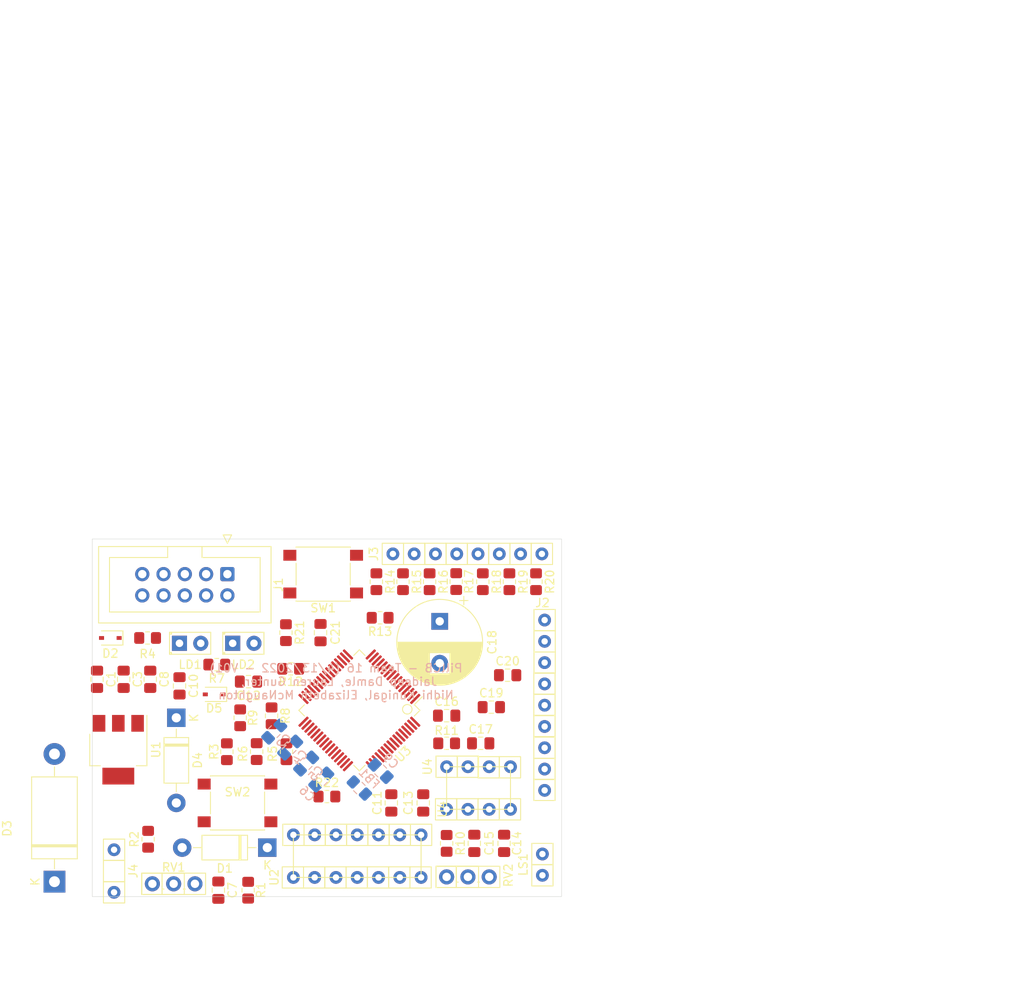
<source format=kicad_pcb>
(kicad_pcb (version 20211014) (generator pcbnew)
  (title_block (title "PillCB - Team 16") (date "2020-06-22") (rev "v01") (comment 4 "Jaideep Damle, Lauren Gunter, Nidhi Kunigal, Elizabeth McNaughton"))
  (layers (0 "F.Cu" signal) (1 "In1.Cu" signal "Ground.Cu") (2 "In2.Cu" signal "Power.Cu") (31 "B.Cu" signal) (34 "B.Paste" user) (35 "F.Paste" user) (36 "B.SilkS" user "B.Silkscreen") (37 "F.SilkS" user "F.Silkscreen") (38 "B.Mask" user) (39 "F.Mask" user) (44 "Edge.Cuts" user))
  (net 0 "")
  (net 1 "Net-(R10-Pad1)")
  (net 2 "GND")
  (net 3 "Net-(RV2-Pad2)")
  (net 4 "Net-(C18-Pad1)")
  (net 5 "+5V")
  (net 6 "Net-(C16-Pad1)")
  (net 7 "Net-(C15-Pad2)")
  (net 8 "Net-(R8-Pad2)")
  (net 9 "Net-(C7-Pad1)")
  (net 10 "Net-(R5-Pad2)")
  (net 11 "+3V0")
  (net 12 "PB8")
  (net 13 "PB11")
  (net 14 "PB14")
  (net 15 "PB5")
  (net 16 "PB3")
  (net 17 "/ignore")
  (net 18 "/AC_SIGNAL")
  (net 19 "/PC0")
  (net 20 "/PC1")
  (net 21 "/PC7")
  (net 22 "/PC2")
  (net 23 "/PC3")
  (net 24 "/PC4")
  (net 25 "/PC5")
  (net 26 "/PC6")
  (net 27 "/NRST")
  (net 28 "/BOOT0")
  (net 29 "Net-(C17-Pad1)")
  (net 30 "Net-(C15-Pad1)")
  (net 31 "/PB2")
  (net 32 "Net-(LD2-Pad2)")
  (net 33 "Net-(LD1-Pad2)")
  (net 34 "Net-(R2-Pad1)")
  (net 35 "Net-(R1-Pad1)")
  (net 36 "Net-(C13-Pad2)")
  (net 37 "Net-(C10-Pad1)")
  (net 38 "/PC13")
  (net 39 "/PC14")
  (net 40 "/PC15")
  (net 41 "/PF0")
  (net 42 "/PF1")
  (net 43 "/3VA")
  (net 44 "/PA0")
  (net 45 "/PA1")
  (net 46 "/PA2")
  (net 47 "/PA3")
  (net 48 "/PA4")
  (net 49 "/PA5")
  (net 50 "/PA6")
  (net 51 "/PA7")
  (net 52 "/PB0")
  (net 53 "/PB1")
  (net 54 "/PB10")
  (net 55 "/PB12")
  (net 56 "/PB13")
  (net 57 "/PB15")
  (net 58 "/PC8")
  (net 59 "/PC9")
  (net 60 "/PA8")
  (net 61 "/PA9")
  (net 62 "/PA10")
  (net 63 "/PA11")
  (net 64 "/PA12")
  (net 65 "/PA13")
  (net 66 "/PA14")
  (net 67 "/PA15")
  (net 68 "/PC10")
  (net 69 "/PC11")
  (net 70 "/PC12")
  (net 71 "/PD2")
  (net 72 "/PB4")
  (net 73 "/PB6")
  (net 74 "/PB7")
  (net 75 "/PB9")
  (net 76 "Net-(D3-Pad2)")
  (net 77 "/U5V")
  (net 79 "/V3.3_IN")
  (net 80 "Net-(J3-Pad1)")
  (net 81 "Net-(J3-Pad2)")
  (net 82 "Net-(J3-Pad3)")
  (net 83 "Net-(J3-Pad4)")
  (net 84 "Net-(J3-Pad5)")
  (net 85 "Net-(J3-Pad6)")
  (net 86 "Net-(J3-Pad7)")
  (net 87 "Net-(J3-Pad8)")
  (net 88 "Net-(LS1-Pad1)")
  (net 89 "Net-(R22-Pad2)")
  (footprint "local_models:J2" (layer "F.Cu") (at 135.14562 101.01676)
    (fp_text reference "J3" (at -11.176 0 90 unlocked) (layer "F.SilkS"))
    (fp_text value "Conn_01x08_Female")
    (pad "1" thru_hole circle (at -8.89 0) (size 1.524 1.524) (drill 0.762) (layers *.Cu *.Mask) (net 80 "Net-(J3-Pad1)"))
    (pad "2" thru_hole circle (at -6.35 0) (size 1.524 1.524) (drill 0.762) (layers *.Cu *.Mask) (net 81 "Net-(J3-Pad2)"))
    (pad "3" thru_hole circle (at -3.81 0) (size 1.524 1.524) (drill 0.762) (layers *.Cu *.Mask) (net 82 "Net-(J3-Pad3)"))
    (pad "4" thru_hole circle (at -1.27 0) (size 1.524 1.524) (drill 0.762) (layers *.Cu *.Mask) (net 83 "Net-(J3-Pad4)"))
    (pad "5" thru_hole circle (at 1.27 0) (size 1.524 1.524) (drill 0.762) (layers *.Cu *.Mask) (net 84 "Net-(J3-Pad5)"))
    (pad "6" thru_hole circle (at 3.81 0) (size 1.524 1.524) (drill 0.762) (layers *.Cu *.Mask) (net 85 "Net-(J3-Pad6)"))
    (pad "7" thru_hole circle (at 6.35 0) (size 1.524 1.524) (drill 0.762) (layers *.Cu *.Mask) (net 86 "Net-(J3-Pad7)"))
    (pad "8" thru_hole circle (at 8.89 0) (size 1.524 1.524) (drill 0.762) (layers *.Cu *.Mask) (net 87 "Net-(J3-Pad8)"))
  )
  (footprint "Capacitor_SMD:C_0805_2012Metric_Pad1.18x1.45mm_HandSolder" (layer "F.Cu") (at 139.95012 115.49476)
    (fp_text reference "C20" (at 0 -1.68) (layer "F.SilkS"))
    (fp_text value "10uF")
    (pad "1" smd roundrect (at -1.0375 0) (size 1.175 1.45) (layers "F.Cu" "F.Paste" "F.Mask") (roundrect_rratio 0.212766) (net 11 "+3V0"))
    (pad "2" smd roundrect (at 1.0375 0) (size 1.175 1.45) (layers "F.Cu" "F.Paste" "F.Mask") (roundrect_rratio 0.212766) (net 2 "GND"))
  )
  (footprint "Capacitor_THT:CP_Radial_D10.0mm_P5.00mm" (layer "F.Cu") (at 131.84362 109.063083 -90)
    (fp_text reference "C18" (at 2.5 -6.25 -90) (layer "F.SilkS"))
    (fp_text value "220uF")
    (pad "1" thru_hole rect (at 0 0 270) (size 2 2) (drill 1) (layers *.Cu *.Mask) (net 4 "Net-(C18-Pad1)"))
    (pad "2" thru_hole circle (at 5 0 270) (size 2 2) (drill 1) (layers *.Cu *.Mask) (net 88 "Net-(LS1-Pad1)"))
  )
  (footprint "Resistor_SMD:R_0805_2012Metric_Pad1.20x1.40mm_HandSolder" (layer "F.Cu") (at 136.98712 104.33476 -90)
    (fp_text reference "R18" (at 0 -1.65 -90) (layer "F.SilkS"))
    (fp_text value "1K")
    (pad "1" smd roundrect (at -1 0 270) (size 1.2 1.4) (layers "F.Cu" "F.Paste" "F.Mask") (roundrect_rratio 0.208333) (net 22 "/PC2"))
    (pad "2" smd roundrect (at 1 0 270) (size 1.2 1.4) (layers "F.Cu" "F.Paste" "F.Mask") (roundrect_rratio 0.208333) (net 85 "Net-(J3-Pad6)"))
  )
  (footprint "Diode_THT:D_DO-201_P15.24mm_Horizontal" (layer "F.Cu") (at 85.86962 140.13276 90)
    (fp_text reference "D3" (at 6.35 -5.6515 90) (layer "F.SilkS"))
    (fp_text value "1N522B")
    (fp_text user "K" (at 0 -2.3 90) (layer "F.SilkS"))
    (pad "1" thru_hole rect (at 0 0 90) (size 2.6 2.6) (drill 1.3) (layers *.Cu *.Mask) (net 11 "+3V0"))
    (pad "2" thru_hole oval (at 15.24 0 90) (size 2.6 2.6) (drill 1.3) (layers *.Cu *.Mask) (net 76 "Net-(D3-Pad2)"))
  )
  (footprint "Capacitor_SMD:C_0805_2012Metric_Pad1.18x1.45mm_HandSolder" (layer "F.Cu") (at 135.97112 135.56076 90)
    (fp_text reference "C15" (at 0 1.778 90) (layer "F.SilkS"))
    (fp_text value "10uF")
    (pad "1" smd roundrect (at -1.0375 0 90) (size 1.175 1.45) (layers "F.Cu" "F.Paste" "F.Mask") (roundrect_rratio 0.212766) (net 30 "Net-(C15-Pad1)"))
    (pad "2" smd roundrect (at 1.0375 0 90) (size 1.175 1.45) (layers "F.Cu" "F.Paste" "F.Mask") (roundrect_rratio 0.212766) (net 7 "Net-(C15-Pad2)"))
  )
  (footprint "Diode_SMD:D_SOD-323" (layer "F.Cu") (at 104.91962 117.78076 180)
    (fp_text reference "D5" (at 0 -1.651) (layer "F.SilkS"))
    (fp_text value "BAT60JFILM")
    (pad "1" smd rect (at -1.05 0 180) (size 0.6 0.45) (layers "F.Cu" "F.Paste" "F.Mask") (net 11 "+3V0"))
    (pad "2" smd rect (at 1.05 0 180) (size 0.6 0.45) (layers "F.Cu" "F.Paste" "F.Mask") (net 37 "Net-(C10-Pad1)"))
  )
  (footprint "Capacitor_SMD:C_0805_2012Metric_Pad1.18x1.45mm_HandSolder" (layer "F.Cu") (at 132.66912 120.32076)
    (fp_text reference "C16" (at 0 -1.68) (layer "F.SilkS"))
    (fp_text value "10uF")
    (pad "1" smd roundrect (at -1.0375 0) (size 1.175 1.45) (layers "F.Cu" "F.Paste" "F.Mask") (roundrect_rratio 0.212766) (net 6 "Net-(C16-Pad1)"))
    (pad "2" smd roundrect (at 1.0375 0) (size 1.175 1.45) (layers "F.Cu" "F.Paste" "F.Mask") (roundrect_rratio 0.212766) (net 2 "GND"))
  )
  (footprint "local_models:potentiometer" (layer "F.Cu") (at 97.55362 140.38676 -90)
    (fp_text reference "RV1" (at -1.9685 -2.54 -180) (layer "F.SilkS"))
    (fp_text value "R_Potentiometer_10k")
    (pad "1" thru_hole circle (at 0 0 270) (size 1.8 1.8) (drill 1) (layers *.Cu *.Mask) (net 18 "/AC_SIGNAL"))
    (pad "2" thru_hole circle (at 0 -2.54 270) (size 1.8 1.8) (drill 1) (layers *.Cu *.Mask) (net 34 "Net-(R2-Pad1)"))
    (pad "3" thru_hole circle (at 0 -5.08 270) (size 1.8 1.8) (drill 1) (layers *.Cu *.Mask) (net 35 "Net-(R1-Pad1)"))
  )
  (footprint "local_models:J1" (layer "F.Cu") (at 92.98162 138.86276 90)
    (fp_text reference "J4" (at 0 2.286 90 unlocked) (layer "F.SilkS"))
    (fp_text value "Conn_01x02_Female")
    (pad "1" thru_hole circle (at -2.54 0 90) (size 1.524 1.524) (drill 0.762) (layers *.Cu *.Mask) (net 18 "/AC_SIGNAL"))
    (pad "2" thru_hole circle (at 2.54 0 90) (size 1.524 1.524) (drill 0.762) (layers *.Cu *.Mask) (net 2 "GND"))
  )
  (footprint "Capacitor_SMD:C_0805_2012Metric_Pad1.18x1.45mm_HandSolder" (layer "F.Cu") (at 109.02562 116.25676 180)
    (fp_text reference "C12" (at 0 -1.68) (layer "F.SilkS"))
    (fp_text value ".1uF")
    (pad "1" smd roundrect (at -1.0375 0 180) (size 1.175 1.45) (layers "F.Cu" "F.Paste" "F.Mask") (roundrect_rratio 0.212766) (net 31 "/PB2"))
    (pad "2" smd roundrect (at 1.0375 0 180) (size 1.175 1.45) (layers "F.Cu" "F.Paste" "F.Mask") (roundrect_rratio 0.212766) (net 2 "GND"))
  )
  (footprint "Capacitor_SMD:C_0805_2012Metric_Pad1.18x1.45mm_HandSolder" (layer "F.Cu") (at 90.94962 115.98126 -90)
    (fp_text reference "C1" (at 0 -1.68 90) (layer "F.SilkS"))
    (fp_text value "22uF")
    (pad "1" smd roundrect (at -1.0375 0 270) (size 1.175 1.45) (layers "F.Cu" "F.Paste" "F.Mask") (roundrect_rratio 0.212766) (net 5 "+5V"))
    (pad "2" smd roundrect (at 1.0375 0 270) (size 1.175 1.45) (layers "F.Cu" "F.Paste" "F.Mask") (roundrect_rratio 0.212766) (net 2 "GND"))
  )
  (footprint "Button_Switch_SMD:SW_SPST_PTS645" (layer "F.Cu") (at 117.93712 103.42976 180)
    (fp_text reference "SW1" (at 0 -4.05 180) (layer "F.SilkS"))
    (fp_text value "SW_Push")
    (pad "1" smd rect (at 3.98 -2.25 180) (size 1.55 1.3) (layers "F.Cu" "F.Paste" "F.Mask") (net 2 "GND"))
    (pad "1" smd rect (at -3.98 -2.25 180) (size 1.55 1.3) (layers "F.Cu" "F.Paste" "F.Mask") (net 2 "GND"))
    (pad "2" smd rect (at -3.98 2.25 180) (size 1.55 1.3) (layers "F.Cu" "F.Paste" "F.Mask") (net 27 "/NRST"))
    (pad "2" smd rect (at 3.98 2.25 180) (size 1.55 1.3) (layers "F.Cu" "F.Paste" "F.Mask") (net 27 "/NRST"))
  )
  (footprint "Resistor_SMD:R_0805_2012Metric_Pad1.20x1.40mm_HandSolder" (layer "F.Cu") (at 106.44362 124.62276 90)
    (fp_text reference "R3" (at 0 -1.524 90) (layer "F.SilkS"))
    (fp_text value "1M")
    (pad "1" smd roundrect (at -1 0 90) (size 1.2 1.4) (layers "F.Cu" "F.Paste" "F.Mask") (roundrect_rratio 0.208333) (net 9 "Net-(C7-Pad1)"))
    (pad "2" smd roundrect (at 1 0 90) (size 1.2 1.4) (layers "F.Cu" "F.Paste" "F.Mask") (roundrect_rratio 0.208333) (net 2 "GND"))
  )
  (footprint "Resistor_SMD:R_0805_2012Metric_Pad1.20x1.40mm_HandSolder" (layer "F.Cu") (at 96.98212 111.04976)
    (fp_text reference "R4" (at 0 1.905) (layer "F.SilkS"))
    (fp_text value "5.1k")
    (pad "1" smd roundrect (at -1 0) (size 1.2 1.4) (layers "F.Cu" "F.Paste" "F.Mask") (roundrect_rratio 0.208333) (net 5 "+5V"))
    (pad "2" smd roundrect (at 1 0) (size 1.2 1.4) (layers "F.Cu" "F.Paste" "F.Mask") (roundrect_rratio 0.208333) (net 33 "Net-(LD1-Pad2)"))
  )
  (footprint "Resistor_SMD:R_0805_2012Metric_Pad1.20x1.40mm_HandSolder" (layer "F.Cu") (at 111.77762 120.33676 -90)
    (fp_text reference "R8" (at 0 -1.65 90) (layer "F.SilkS"))
    (fp_text value "12k")
    (pad "1" smd roundrect (at -1 0 270) (size 1.2 1.4) (layers "F.Cu" "F.Paste" "F.Mask") (roundrect_rratio 0.208333) (net 10 "Net-(R5-Pad2)"))
    (pad "2" smd roundrect (at 1 0 270) (size 1.2 1.4) (layers "F.Cu" "F.Paste" "F.Mask") (roundrect_rratio 0.208333) (net 8 "Net-(R8-Pad2)"))
  )
  (footprint "local_models:LS1" (layer "F.Cu") (at 144.09912 138.10076 -90)
    (fp_text reference "LS1" (at 0 2.286 -270 unlocked) (layer "F.SilkS"))
    (fp_text value "Speaker")
    (pad "1" thru_hole circle (at -1.27 0 270) (size 1.524 1.524) (drill 0.762) (layers *.Cu *.Mask) (net 88 "Net-(LS1-Pad1)"))
    (pad "2" thru_hole circle (at 1.27 0 270) (size 1.524 1.524) (drill 0.762) (layers *.Cu *.Mask) (net 2 "GND"))
  )
  (footprint "Button_Switch_SMD:SW_SPST_PTS645" (layer "F.Cu") (at 107.71362 130.73476)
    (fp_text reference "SW2" (at 0 -1.3) (layer "F.SilkS"))
    (fp_text value "SW_Push")
    (pad "1" smd rect (at -3.98 -2.25) (size 1.55 1.3) (layers "F.Cu" "F.Paste" "F.Mask") (net 2 "GND"))
    (pad "1" smd rect (at 3.98 -2.25) (size 1.55 1.3) (layers "F.Cu" "F.Paste" "F.Mask") (net 2 "GND"))
    (pad "2" smd rect (at -3.98 2.25) (size 1.55 1.3) (layers "F.Cu" "F.Paste" "F.Mask") (net 89 "Net-(R22-Pad2)"))
    (pad "2" smd rect (at 3.98 2.25) (size 1.55 1.3) (layers "F.Cu" "F.Paste" "F.Mask") (net 89 "Net-(R22-Pad2)"))
  )
  (footprint "Resistor_SMD:R_0805_2012Metric_Pad1.20x1.40mm_HandSolder" (layer "F.Cu") (at 108.03112 120.57476 90)
    (fp_text reference "R9" (at 0 1.524 90) (layer "F.SilkS"))
    (fp_text value "2.2k")
    (pad "1" smd roundrect (at -1 0 90) (size 1.2 1.4) (layers "F.Cu" "F.Paste" "F.Mask") (roundrect_rratio 0.208333) (net 8 "Net-(R8-Pad2)"))
    (pad "2" smd roundrect (at 1 0 90) (size 1.2 1.4) (layers "F.Cu" "F.Paste" "F.Mask") (roundrect_rratio 0.208333) (net 31 "/PB2"))
  )
  (footprint "Resistor_SMD:R_0805_2012Metric_Pad1.20x1.40mm_HandSolder" (layer "F.Cu") (at 113.55562 124.62276 90)
    (fp_text reference "R5" (at -0.254 -1.65 90) (layer "F.SilkS"))
    (fp_text value "10k")
    (pad "1" smd roundrect (at -1 0 90) (size 1.2 1.4) (layers "F.Cu" "F.Paste" "F.Mask") (roundrect_rratio 0.208333) (net 11 "+3V0"))
    (pad "2" smd roundrect (at 1 0 90) (size 1.2 1.4) (layers "F.Cu" "F.Paste" "F.Mask") (roundrect_rratio 0.208333) (net 10 "Net-(R5-Pad2)"))
  )
  (footprint "Resistor_SMD:R_0805_2012Metric_Pad1.20x1.40mm_HandSolder" (layer "F.Cu") (at 132.66912 123.62276)
    (fp_text reference "R11" (at 0 -1.524) (layer "F.SilkS"))
    (fp_text value "10")
    (pad "1" smd roundrect (at -1 0) (size 1.2 1.4) (layers "F.Cu" "F.Paste" "F.Mask") (roundrect_rratio 0.208333) (net 4 "Net-(C18-Pad1)"))
    (pad "2" smd roundrect (at 1 0) (size 1.2 1.4) (layers "F.Cu" "F.Paste" "F.Mask") (roundrect_rratio 0.208333) (net 29 "Net-(C17-Pad1)"))
  )
  (footprint "local_models:U2" (layer "F.Cu") (at 122.00112 137.08476 90)
    (fp_text reference "U2" (at -2.54 -9.906 90 unlocked) (layer "F.SilkS"))
    (fp_text value "LM324")
    (pad "1" thru_hole circle (at -2.54 -7.62 90) (size 1.524 1.524) (drill 0.762) (layers *.Cu *.Mask) (net 8 "Net-(R8-Pad2)"))
    (pad "2" thru_hole circle (at -2.54 -5.08 90) (size 1.524 1.524) (drill 0.762) (layers *.Cu *.Mask) (net 9 "Net-(C7-Pad1)"))
    (pad "3" thru_hole circle (at -2.54 -2.54 90) (size 1.524 1.524) (drill 0.762) (layers *.Cu *.Mask) (net 10 "Net-(R5-Pad2)"))
    (pad "4" thru_hole circle (at -2.54 0 90) (size 1.524 1.524) (drill 0.762) (layers *.Cu *.Mask) (net 5 "+5V"))
    (pad "5" thru_hole circle (at -2.54 2.54 90) (size 1.524 1.524) (drill 0.762) (layers *.Cu *.Mask))
    (pad "6" thru_hole circle (at -2.54 5.08 90) (size 1.524 1.524) (drill 0.762) (layers *.Cu *.Mask))
    (pad "7" thru_hole circle (at -2.54 7.62 90) (size 1.524 1.524) (drill 0.762) (layers *.Cu *.Mask))
    (pad "8" thru_hole circle (at 2.54 7.62 90) (size 1.524 1.524) (drill 0.762) (layers *.Cu *.Mask))
    (pad "9" thru_hole circle (at 2.54 5.08 90) (size 1.524 1.524) (drill 0.762) (layers *.Cu *.Mask))
    (pad "10" thru_hole circle (at 2.54 2.54 90) (size 1.524 1.524) (drill 0.762) (layers *.Cu *.Mask))
    (pad "11" thru_hole circle (at 2.54 0 90) (size 1.524 1.524) (drill 0.762) (layers *.Cu *.Mask) (net 2 "GND"))
    (pad "12" thru_hole circle (at 2.54 -2.54 90) (size 1.524 1.524) (drill 0.762) (layers *.Cu *.Mask))
    (pad "13" thru_hole circle (at 2.54 -5.08 90) (size 1.524 1.524) (drill 0.762) (layers *.Cu *.Mask))
    (pad "14" thru_hole circle (at 2.54 -7.62 90) (size 1.524 1.524) (drill 0.762) (layers *.Cu *.Mask))
  )
  (footprint "Capacitor_SMD:C_0805_2012Metric_Pad1.18x1.45mm_HandSolder" (layer "F.Cu") (at 138.00312 119.30476)
    (fp_text reference "C19" (at 0 -1.68) (layer "F.SilkS"))
    (fp_text value ".1uF")
    (pad "1" smd roundrect (at -1.0375 0) (size 1.175 1.45) (layers "F.Cu" "F.Paste" "F.Mask") (roundrect_rratio 0.212766) (net 11 "+3V0"))
    (pad "2" smd roundrect (at 1.0375 0) (size 1.175 1.45) (layers "F.Cu" "F.Paste" "F.Mask") (roundrect_rratio 0.212766) (net 2 "GND"))
  )
  (footprint "LED_THT:LED_D2.0mm_W4.8mm_H2.5mm_FlatTop" (layer "F.Cu") (at 107.13712 111.68476)
    (fp_text reference "LD2" (at 1.27 2.54) (layer "F.SilkS"))
    (fp_text value "LED_Green")
    (pad "1" thru_hole rect (at 0 0) (size 1.8 1.8) (drill 0.9) (layers *.Cu *.Mask) (net 2 "GND"))
    (pad "2" thru_hole circle (at 2.54 0) (size 1.8 1.8) (drill 0.9) (layers *.Cu *.Mask) (net 32 "Net-(LD2-Pad2)"))
  )
  (footprint "Capacitor_SMD:C_0805_2012Metric_Pad1.18x1.45mm_HandSolder" (layer "F.Cu") (at 126.06512 130.73476 90)
    (fp_text reference "C11" (at 0 -1.68 90) (layer "F.SilkS"))
    (fp_text value ".1uF")
    (pad "1" smd roundrect (at -1.0375 0 90) (size 1.175 1.45) (layers "F.Cu" "F.Paste" "F.Mask") (roundrect_rratio 0.212766) (net 5 "+5V"))
    (pad "2" smd roundrect (at 1.0375 0 90) (size 1.175 1.45) (layers "F.Cu" "F.Paste" "F.Mask") (roundrect_rratio 0.212766) (net 2 "GND"))
  )
  (footprint "Package_QFP:LQFP-64_10x10mm_P0.5mm" (layer "F.Cu") (at 122.25512 119.68576 -135)
    (fp_text reference "U3" (at 0 -7.4 45) (layer "F.SilkS"))
    (fp_text value "STM32F091RCTx")
    (pad "1" smd roundrect (at -5.675 -3.75 225) (size 1.55 0.3) (layers "F.Cu" "F.Paste" "F.Mask") (net 11 "+3V0"))
    (pad "2" smd roundrect (at -5.675 -3.25 225) (size 1.55 0.3) (layers "F.Cu" "F.Paste" "F.Mask") (net 38 "/PC13"))
    (pad "3" smd roundrect (at -5.675 -2.75 225) (size 1.55 0.3) (layers "F.Cu" "F.Paste" "F.Mask") (net 39 "/PC14"))
    (pad "4" smd roundrect (at -5.675 -2.25 225) (size 1.55 0.3) (layers "F.Cu" "F.Paste" "F.Mask") (net 40 "/PC15"))
    (pad "5" smd roundrect (at -5.675 -1.75 225) (size 1.55 0.3) (layers "F.Cu" "F.Paste" "F.Mask") (net 41 "/PF0"))
    (pad "6" smd roundrect (at -5.675 -1.25 225) (size 1.55 0.3) (layers "F.Cu" "F.Paste" "F.Mask") (net 42 "/PF1"))
    (pad "7" smd roundrect (at -5.675 -0.75 225) (size 1.55 0.3) (layers "F.Cu" "F.Paste" "F.Mask") (net 27 "/NRST"))
    (pad "8" smd roundrect (at -5.675 -0.25 225) (size 1.55 0.3) (layers "F.Cu" "F.Paste" "F.Mask") (net 19 "/PC0"))
    (pad "9" smd roundrect (at -5.675 0.25 225) (size 1.55 0.3) (layers "F.Cu" "F.Paste" "F.Mask") (net 20 "/PC1"))
    (pad "10" smd roundrect (at -5.675 0.75 225) (size 1.55 0.3) (layers "F.Cu" "F.Paste" "F.Mask") (net 22 "/PC2"))
    (pad "11" smd roundrect (at -5.675 1.25 225) (size 1.55 0.3) (layers "F.Cu" "F.Paste" "F.Mask") (net 23 "/PC3"))
    (pad "12" smd roundrect (at -5.675 1.75 225) (size 1.55 0.3) (layers "F.Cu" "F.Paste" "F.Mask") (net 2 "GND"))
    (pad "13" smd roundrect (at -5.675 2.25 225) (size 1.55 0.3) (layers "F.Cu" "F.Paste" "F.Mask") (net 43 "/3VA"))
    (pad "14" smd roundrect (at -5.675 2.75 225) (size 1.55 0.3) (layers "F.Cu" "F.Paste" "F.Mask") (net 44 "/PA0"))
    (pad "15" smd roundrect (at -5.675 3.25 225) (size 1.55 0.3) (layers "F.Cu" "F.Paste" "F.Mask") (net 45 "/PA1"))
    (pad "16" smd roundrect (at -5.675 3.75 225) (size 1.55 0.3) (layers "F.Cu" "F.Paste" "F.Mask") (net 46 "/PA2"))
    (pad "17" smd roundrect (at -3.75 5.675 225) (size 0.3 1.55) (layers "F.Cu" "F.Paste" "F.Mask") (net 47 "/PA3"))
    (pad "18" smd roundrect (at -3.25 5.675 225) (size 0.3 1.55) (layers "F.Cu" "F.Paste" "F.Mask") (net 2 "GND"))
    (pad "19" smd roundrect (at -2.75 5.675 225) (size 0.3 1.55) (layers "F.Cu" "F.Paste" "F.Mask") (net 11 "+3V0"))
    (pad "20" smd roundrect (at -2.25 5.675 225) (size 0.3 1.55) (layers "F.Cu" "F.Paste" "F.Mask") (net 48 "/PA4"))
    (pad "21" smd roundrect (at -1.75 5.675 225) (size 0.3 1.55) (layers "F.Cu" "F.Paste" "F.Mask") (net 49 "/PA5"))
    (pad "22" smd roundrect (at -1.25 5.675 225) (size 0.3 1.55) (layers "F.Cu" "F.Paste" "F.Mask") (net 50 "/PA6"))
    (pad "23" smd roundrect (at -0.75 5.675 225) (size 0.3 1.55) (layers "F.Cu" "F.Paste" "F.Mask") (net 51 "/PA7"))
    (pad "24" smd roundrect (at -0.25 5.675 225) (size 0.3 1.55) (layers "F.Cu" "F.Paste" "F.Mask") (net 24 "/PC4"))
    (pad "25" smd roundrect (at 0.25 5.675 225) (size 0.3 1.55) (layers "F.Cu" "F.Paste" "F.Mask") (net 25 "/PC5"))
    (pad "26" smd roundrect (at 0.75 5.675 225) (size 0.3 1.55) (layers "F.Cu" "F.Paste" "F.Mask") (net 52 "/PB0"))
    (pad "27" smd roundrect (at 1.25 5.675 225) (size 0.3 1.55) (layers "F.Cu" "F.Paste" "F.Mask") (net 53 "/PB1"))
    (pad "28" smd roundrect (at 1.75 5.675 225) (size 0.3 1.55) (layers "F.Cu" "F.Paste" "F.Mask") (net 31 "/PB2"))
    (pad "29" smd roundrect (at 2.25 5.675 225) (size 0.3 1.55) (layers "F.Cu" "F.Paste" "F.Mask") (net 54 "/PB10"))
    (pad "30" smd roundrect (at 2.75 5.675 225) (size 0.3 1.55) (layers "F.Cu" "F.Paste" "F.Mask") (net 13 "PB11"))
    (pad "31" smd roundrect (at 3.25 5.675 225) (size 0.3 1.55) (layers "F.Cu" "F.Paste" "F.Mask") (net 2 "GND"))
    (pad "32" smd roundrect (at 3.75 5.675 225) (size 0.3 1.55) (layers "F.Cu" "F.Paste" "F.Mask") (net 11 "+3V0"))
    (pad "33" smd roundrect (at 5.675 3.75 225) (size 1.55 0.3) (layers "F.Cu" "F.Paste" "F.Mask") (net 55 "/PB12"))
    (pad "34" smd roundrect (at 5.675 3.25 225) (size 1.55 0.3) (layers "F.Cu" "F.Paste" "F.Mask") (net 56 "/PB13"))
    (pad "35" smd roundrect (at 5.675 2.75 225) (size 1.55 0.3) (layers "F.Cu" "F.Paste" "F.Mask") (net 14 "PB14"))
    (pad "36" smd roundrect (at 5.675 2.25 225) (size 1.55 0.3) (layers "F.Cu" "F.Paste" "F.Mask") (net 57 "/PB15"))
    (pad "37" smd roundrect (at 5.675 1.75 225) (size 1.55 0.3) (layers "F.Cu" "F.Paste" "F.Mask") (net 26 "/PC6"))
    (pad "38" smd roundrect (at 5.675 1.25 225) (size 1.55 0.3) (layers "F.Cu" "F.Paste" "F.Mask") (net 21 "/PC7"))
    (pad "39" smd roundrect (at 5.675 0.75 225) (size 1.55 0.3) (layers "F.Cu" "F.Paste" "F.Mask") (net 58 "/PC8"))
    (pad "40" smd roundrect (at 5.675 0.25 225) (size 1.55 0.3) (layers "F.Cu" "F.Paste" "F.Mask") (net 59 "/PC9"))
    (pad "41" smd roundrect (at 5.675 -0.25 225) (size 1.55 0.3) (layers "F.Cu" "F.Paste" "F.Mask") (net 60 "/PA8"))
    (pad "42" smd roundrect (at 5.675 -0.75 225) (size 1.55 0.3) (layers "F.Cu" "F.Paste" "F.Mask") (net 61 "/PA9"))
    (pad "43" smd roundrect (at 5.675 -1.25 225) (size 1.55 0.3) (layers "F.Cu" "F.Paste" "F.Mask") (net 62 "/PA10"))
    (pad "44" smd roundrect (at 5.675 -1.75 225) (size 1.55 0.3) (layers "F.Cu" "F.Paste" "F.Mask") (net 63 "/PA11"))
    (pad "45" smd roundrect (at 5.675 -2.25 225) (size 1.55 0.3) (layers "F.Cu" "F.Paste" "F.Mask") (net 64 "/PA12"))
    (pad "46" smd roundrect (at 5.675 -2.75 225) (size 1.55 0.3) (layers "F.Cu" "F.Paste" "F.Mask") (net 65 "/PA13"))
    (pad "47" smd roundrect (at 5.675 -3.25 225) (size 1.55 0.3) (layers "F.Cu" "F.Paste" "F.Mask") (net 2 "GND"))
    (pad "48" smd roundrect (at 5.675 -3.75 225) (size 1.55 0.3) (layers "F.Cu" "F.Paste" "F.Mask") (net 11 "+3V0"))
    (pad "49" smd roundrect (at 3.75 -5.675 225) (size 0.3 1.55) (layers "F.Cu" "F.Paste" "F.Mask") (net 66 "/PA14"))
    (pad "50" smd roundrect (at 3.25 -5.675 225) (size 0.3 1.55) (layers "F.Cu" "F.Paste" "F.Mask") (net 67 "/PA15"))
    (pad "51" smd roundrect (at 2.75 -5.675 225) (size 0.3 1.55) (layers "F.Cu" "F.Paste" "F.Mask") (net 68 "/PC10"))
    (pad "52" smd roundrect (at 2.25 -5.675 225) (size 0.3 1.55) (layers "F.Cu" "F.Paste" "F.Mask") (net 69 "/PC11"))
    (pad "53" smd roundrect (at 1.75 -5.675 225) (size 0.3 1.55) (layers "F.Cu" "F.Paste" "F.Mask") (net 70 "/PC12"))
    (pad "54" smd roundrect (at 1.25 -5.675 225) (size 0.3 1.55) (layers "F.Cu" "F.Paste" "F.Mask") (net 71 "/PD2"))
    (pad "55" smd roundrect (at 0.75 -5.675 225) (size 0.3 1.55) (layers "F.Cu" "F.Paste" "F.Mask") (net 16 "PB3"))
    (pad "56" smd roundrect (at 0.25 -5.675 225) (size 0.3 1.55) (layers "F.Cu" "F.Paste" "F.Mask") (net 72 "/PB4"))
    (pad "57" smd roundrect (at -0.25 -5.675 225) (size 0.3 1.55) (layers "F.Cu" "F.Paste" "F.Mask") (net 15 "PB5"))
    (pad "58" smd roundrect (at -0.75 -5.675 225) (size 0.3 1.55) (layers "F.Cu" "F.Paste" "F.Mask") (net 73 "/PB6"))
    (pad "59" smd roundrect (at -1.25 -5.675 225) (size 0.3 1.55) (layers "F.Cu" "F.Paste" "F.Mask") (net 74 "/PB7"))
    (pad "60" smd roundrect (at -1.75 -5.675 225) (size 0.3 1.55) (layers "F.Cu" "F.Paste" "F.Mask") (net 28 "/BOOT0"))
    (pad "61" smd roundrect (at -2.25 -5.675 225) (size 0.3 1.55) (layers "F.Cu" "F.Paste" "F.Mask") (net 12 "PB8"))
    (pad "62" smd roundrect (at -2.75 -5.675 225) (size 0.3 1.55) (layers "F.Cu" "F.Paste" "F.Mask") (net 75 "/PB9"))
    (pad "63" smd roundrect (at -3.25 -5.675 225) (size 0.3 1.55) (layers "F.Cu" "F.Paste" "F.Mask") (net 2 "GND"))
    (pad "64" smd roundrect (at -3.75 -5.675 225) (size 0.3 1.55) (layers "F.Cu" "F.Paste" "F.Mask") (net 11 "+3V0"))
  )
  (footprint "Diode_THT:D_DO-41_SOD81_P10.16mm_Horizontal" (layer "F.Cu") (at 111.26962 136.06876 180)
    (fp_text reference "D1" (at 5.08 -2.47) (layer "F.SilkS"))
    (fp_text value "1N5819")
    (fp_text user "K" (at 0 -2.1) (layer "F.SilkS"))
    (pad "1" thru_hole rect (at 0 0 180) (size 2.2 2.2) (drill 1.1) (layers *.Cu *.Mask) (net 11 "+3V0"))
    (pad "2" thru_hole oval (at 10.16 0 180) (size 2.2 2.2) (drill 1.1) (layers *.Cu *.Mask) (net 9 "Net-(C7-Pad1)"))
  )
  (footprint "Resistor_SMD:R_0805_2012Metric_Pad1.20x1.40mm_HandSolder" (layer "F.Cu") (at 109.99962 124.60676 90)
    (fp_text reference "R6" (at -0.254 -1.65 90) (layer "F.SilkS"))
    (fp_text value "120k")
    (pad "1" smd roundrect (at -1 0 90) (size 1.2 1.4) (layers "F.Cu" "F.Paste" "F.Mask") (roundrect_rratio 0.208333) (net 10 "Net-(R5-Pad2)"))
    (pad "2" smd roundrect (at 1 0 90) (size 1.2 1.4) (layers "F.Cu" "F.Paste" "F.Mask") (roundrect_rratio 0.208333) (net 2 "GND"))
  )
  (footprint "local_models:potentiometer" (layer "F.Cu") (at 132.66912 139.56126 -90)
    (fp_text reference "RV2" (at -0.1905 -7.366 -90) (layer "F.SilkS"))
    (fp_text value "R_Potentiometer_10k")
    (pad "1" thru_hole circle (at 0 0 270) (size 1.8 1.8) (drill 1) (layers *.Cu *.Mask) (net 36 "Net-(C13-Pad2)"))
    (pad "2" thru_hole circle (at 0 -2.54 270) (size 1.8 1.8) (drill 1) (layers *.Cu *.Mask) (net 3 "Net-(RV2-Pad2)"))
    (pad "3" thru_hole circle (at 0 -5.08 270) (size 1.8 1.8) (drill 1) (layers *.Cu *.Mask) (net 2 "GND"))
  )
  (footprint "LED_THT:LED_D2.0mm_W4.8mm_H2.5mm_FlatTop" (layer "F.Cu") (at 100.78712 111.68476)
    (fp_text reference "LD1" (at 1.27 2.54) (layer "F.SilkS"))
    (fp_text value "LED_Red")
    (pad "1" thru_hole rect (at 0 0) (size 1.8 1.8) (drill 0.9) (layers *.Cu *.Mask) (net 2 "GND"))
    (pad "2" thru_hole circle (at 2.54 0) (size 1.8 1.8) (drill 0.9) (layers *.Cu *.Mask) (net 33 "Net-(LD1-Pad2)"))
  )
  (footprint "Resistor_SMD:R_0805_2012Metric_Pad1.20x1.40mm_HandSolder" (layer "F.Cu") (at 140.16212 104.33476 -90)
    (fp_text reference "R19" (at 0 -1.65 -90) (layer "F.SilkS"))
    (fp_text value "1K")
    (pad "1" smd roundrect (at -1 0 270) (size 1.2 1.4) (layers "F.Cu" "F.Paste" "F.Mask") (roundrect_rratio 0.208333) (net 20 "/PC1"))
    (pad "2" smd roundrect (at 1 0 270) (size 1.2 1.4) (layers "F.Cu" "F.Paste" "F.Mask") (roundrect_rratio 0.208333) (net 86 "Net-(J3-Pad7)"))
  )
  (footprint "Capacitor_SMD:C_0805_2012Metric_Pad1.18x1.45mm_HandSolder" (layer "F.Cu") (at 94.12462 115.98126 -90)
    (fp_text reference "C3" (at 0 -1.68 90) (layer "F.SilkS"))
    (fp_text value ".1uF")
    (pad "1" smd roundrect (at -1.0375 0 270) (size 1.175 1.45) (layers "F.Cu" "F.Paste" "F.Mask") (roundrect_rratio 0.212766) (net 5 "+5V"))
    (pad "2" smd roundrect (at 1.0375 0 270) (size 1.175 1.45) (layers "F.Cu" "F.Paste" "F.Mask") (roundrect_rratio 0.212766) (net 2 "GND"))
  )
  (footprint "Resistor_SMD:R_0805_2012Metric_Pad1.20x1.40mm_HandSolder" (layer "F.Cu") (at 143.33712 104.33476 -90)
    (fp_text reference "R20" (at 0 -1.65 -90) (layer "F.SilkS"))
    (fp_text value "1K")
    (pad "1" smd roundrect (at -1 0 270) (size 1.2 1.4) (layers "F.Cu" "F.Paste" "F.Mask") (roundrect_rratio 0.208333) (net 19 "/PC0"))
    (pad "2" smd roundrect (at 1 0 270) (size 1.2 1.4) (layers "F.Cu" "F.Paste" "F.Mask") (roundrect_rratio 0.208333) (net 87 "Net-(J3-Pad8)"))
  )
  (footprint "Package_TO_SOT_SMD:SOT-223-3_TabPin2" (layer "F.Cu") (at 93.48962 124.38476 -90)
    (fp_text reference "U1" (at 0 -4.5 90) (layer "F.SilkS"))
    (fp_text value "LD1117S33TR_SOT223")
    (pad "1" smd rect (at -3.15 -2.3 270) (size 2 1.5) (layers "F.Cu" "F.Paste" "F.Mask") (net 2 "GND"))
    (pad "2" smd rect (at 3.15 0 270) (size 2 3.8) (layers "F.Cu" "F.Paste" "F.Mask") (net 37 "Net-(C10-Pad1)"))
    (pad "2" smd rect (at -3.15 0 270) (size 2 1.5) (layers "F.Cu" "F.Paste" "F.Mask") (net 37 "Net-(C10-Pad1)"))
    (pad "3" smd rect (at -3.15 2.3 270) (size 2 1.5) (layers "F.Cu" "F.Paste" "F.Mask") (net 5 "+5V"))
  )
  (footprint "Capacitor_SMD:C_0805_2012Metric_Pad1.18x1.45mm_HandSolder" (layer "F.Cu") (at 117.61962 110.41476 90)
    (fp_text reference "C21" (at 0 1.778 90) (layer "F.SilkS"))
    (fp_text value ".1uF")
    (pad "1" smd roundrect (at -1.0375 0 90) (size 1.175 1.45) (layers "F.Cu" "F.Paste" "F.Mask") (roundrect_rratio 0.212766) (net 27 "/NRST"))
    (pad "2" smd roundrect (at 1.0375 0 90) (size 1.175 1.45) (layers "F.Cu" "F.Paste" "F.Mask") (roundrect_rratio 0.212766) (net 2 "GND"))
  )
  (footprint "Capacitor_SMD:C_0805_2012Metric_Pad1.18x1.45mm_HandSolder" (layer "F.Cu") (at 139.52712 135.56076 90)
    (fp_text reference "C14" (at 0 1.524 90) (layer "F.SilkS"))
    (fp_text value ".1uF")
    (pad "1" smd roundrect (at -1.0375 0 90) (size 1.175 1.45) (layers "F.Cu" "F.Paste" "F.Mask") (roundrect_rratio 0.212766) (net 2 "GND"))
    (pad "2" smd roundrect (at 1.0375 0 90) (size 1.175 1.45) (layers "F.Cu" "F.Paste" "F.Mask") (roundrect_rratio 0.212766) (net 5 "+5V"))
  )
  (footprint "Resistor_SMD:R_0805_2012Metric_Pad1.20x1.40mm_HandSolder" (layer "F.Cu") (at 108.98362 141.14876 -90)
    (fp_text reference "R1" (at 0 -1.524 90) (layer "F.SilkS"))
    (fp_text value "10k")
    (pad "1" smd roundrect (at -1 0 270) (size 1.2 1.4) (layers "F.Cu" "F.Paste" "F.Mask") (roundrect_rratio 0.208333) (net 35 "Net-(R1-Pad1)"))
    (pad "2" smd roundrect (at 1 0 270) (size 1.2 1.4) (layers "F.Cu" "F.Paste" "F.Mask") (roundrect_rratio 0.208333) (net 2 "GND"))
  )
  (footprint "Capacitor_SMD:C_0805_2012Metric_Pad1.18x1.45mm_HandSolder" (layer "F.Cu") (at 129.87512 130.73476 -90)
    (fp_text reference "C13" (at 0 1.778 90) (layer "F.SilkS"))
    (fp_text value "10uF")
    (pad "1" smd roundrect (at -1.0375 0 270) (size 1.175 1.45) (layers "F.Cu" "F.Paste" "F.Mask") (roundrect_rratio 0.212766) (net 48 "/PA4"))
    (pad "2" smd roundrect (at 1.0375 0 270) (size 1.175 1.45) (layers "F.Cu" "F.Paste" "F.Mask") (roundrect_rratio 0.212766) (net 36 "Net-(C13-Pad2)"))
  )
  (footprint "Resistor_SMD:R_0805_2012Metric_Pad1.20x1.40mm_HandSolder" (layer "F.Cu") (at 113.49212 110.41476 -90)
    (fp_text reference "R21" (at 0 -1.65 -90) (layer "F.SilkS"))
    (fp_text value "100K")
    (pad "1" smd roundrect (at -1 0 270) (size 1.2 1.4) (layers "F.Cu" "F.Paste" "F.Mask") (roundrect_rratio 0.208333) (net 11 "+3V0"))
    (pad "2" smd roundrect (at 1 0 270) (size 1.2 1.4) (layers "F.Cu" "F.Paste" "F.Mask") (roundrect_rratio 0.208333) (net 27 "/NRST"))
  )
  (footprint "Capacitor_SMD:C_0805_2012Metric_Pad1.18x1.45mm_HandSolder" (layer "F.Cu") (at 97.29962 115.98126 -90)
    (fp_text reference "C8" (at 0 -1.68 90) (layer "F.SilkS"))
    (fp_text value ".1uF")
    (pad "1" smd roundrect (at -1.0375 0 270) (size 1.175 1.45) (layers "F.Cu" "F.Paste" "F.Mask") (roundrect_rratio 0.212766) (net 37 "Net-(C10-Pad1)"))
    (pad "2" smd roundrect (at 1.0375 0 270) (size 1.175 1.45) (layers "F.Cu" "F.Paste" "F.Mask") (roundrect_rratio 0.212766) (net 2 "GND"))
  )
  (footprint "Diode_THT:D_DO-41_SOD81_P10.16mm_Horizontal" (layer "F.Cu") (at 100.41112 120.57476 -90)
    (fp_text reference "D4" (at 5.08 -2.54 90) (layer "F.SilkS"))
    (fp_text value "1N5819")
    (fp_text user "K" (at 0 -2.1 90) (layer "F.SilkS"))
    (pad "1" thru_hole rect (at 0 0 270) (size 2.2 2.2) (drill 1.1) (layers *.Cu *.Mask) (net 9 "Net-(C7-Pad1)"))
    (pad "2" thru_hole oval (at 10.16 0 270) (size 2.2 2.2) (drill 1.1) (layers *.Cu *.Mask) (net 76 "Net-(D3-Pad2)"))
  )
  (footprint "Diode_SMD:D_SOD-323" (layer "F.Cu") (at 92.53712 111.04976 180)
    (fp_text reference "D2" (at 0 -1.85) (layer "F.SilkS"))
    (fp_text value "BAT60JFILM")
    (pad "1" smd rect (at -1.05 0 180) (size 0.6 0.45) (layers "F.Cu" "F.Paste" "F.Mask") (net 5 "+5V"))
    (pad "2" smd rect (at 1.05 0 180) (size 0.6 0.45) (layers "F.Cu" "F.Paste" "F.Mask") (net 77 "/U5V"))
  )
  (footprint "Resistor_SMD:R_0805_2012Metric_Pad1.20x1.40mm_HandSolder" (layer "F.Cu") (at 127.46212 104.33476 -90)
    (fp_text reference "R15" (at 0 -1.65 -90) (layer "F.SilkS"))
    (fp_text value "1K")
    (pad "1" smd roundrect (at -1 0 270) (size 1.2 1.4) (layers "F.Cu" "F.Paste" "F.Mask") (roundrect_rratio 0.208333) (net 25 "/PC5"))
    (pad "2" smd roundrect (at 1 0 270) (size 1.2 1.4) (layers "F.Cu" "F.Paste" "F.Mask") (roundrect_rratio 0.208333) (net 82 "Net-(J3-Pad3)"))
  )
  (footprint "Resistor_SMD:R_0805_2012Metric_Pad1.20x1.40mm_HandSolder" (layer "F.Cu") (at 118.38162 129.97276)
    (fp_text reference "R22" (at 0 -1.65) (layer "F.SilkS"))
    (fp_text value "10k")
    (pad "1" smd roundrect (at -1 0) (size 1.2 1.4) (layers "F.Cu" "F.Paste" "F.Mask") (roundrect_rratio 0.208333) (net 9 "Net-(C7-Pad1)"))
    (pad "2" smd roundrect (at 1 0) (size 1.2 1.4) (layers "F.Cu" "F.Paste" "F.Mask") (roundrect_rratio 0.208333) (net 89 "Net-(R22-Pad2)"))
  )
  (footprint "Resistor_SMD:R_0805_2012Metric_Pad1.20x1.40mm_HandSolder" (layer "F.Cu") (at 130.63712 104.33476 -90)
    (fp_text reference "R16" (at 0 -1.65 -90) (layer "F.SilkS"))
    (fp_text value "1K")
    (pad "1" smd roundrect (at -1 0 270) (size 1.2 1.4) (layers "F.Cu" "F.Paste" "F.Mask") (roundrect_rratio 0.208333) (net 24 "/PC4"))
    (pad "2" smd roundrect (at 1 0 270) (size 1.2 1.4) (layers "F.Cu" "F.Paste" "F.Mask") (roundrect_rratio 0.208333) (net 83 "Net-(J3-Pad4)"))
  )
  (footprint "Resistor_SMD:R_0805_2012Metric_Pad1.20x1.40mm_HandSolder" (layer "F.Cu") (at 105.23712 114.22476 180)
    (fp_text reference "R7" (at 0 -1.65) (layer "F.SilkS"))
    (fp_text value "1k")
    (pad "1" smd roundrect (at -1 0 180) (size 1.2 1.4) (layers "F.Cu" "F.Paste" "F.Mask") (roundrect_rratio 0.208333) (net 11 "+3V0"))
    (pad "2" smd roundrect (at 1 0 180) (size 1.2 1.4) (layers "F.Cu" "F.Paste" "F.Mask") (roundrect_rratio 0.208333) (net 32 "Net-(LD2-Pad2)"))
  )
  (footprint "Capacitor_SMD:C_0805_2012Metric_Pad1.18x1.45mm_HandSolder" (layer "F.Cu") (at 136.73312 123.62276)
    (fp_text reference "C17" (at 0 -1.68) (layer "F.SilkS"))
    (fp_text value ".1uF")
    (pad "1" smd roundrect (at -1.0375 0) (size 1.175 1.45) (layers "F.Cu" "F.Paste" "F.Mask") (roundrect_rratio 0.212766) (net 29 "Net-(C17-Pad1)"))
    (pad "2" smd roundrect (at 1.0375 0) (size 1.175 1.45) (layers "F.Cu" "F.Paste" "F.Mask") (roundrect_rratio 0.212766) (net 2 "GND"))
  )
  (footprint "local_models:U4" (layer "F.Cu") (at 136.47912 128.95676 90)
    (fp_text reference "U4" (at -2.54 -4.31 90 unlocked) (layer "F.SilkS"))
    (fp_text value "LM386")
    (fp_text user "U4" (at 2.54 -6.096 90 unlocked) (layer "F.SilkS"))
    (pad "1" thru_hole circle (at -2.54 -3.81 90) (size 1.524 1.524) (drill 0.762) (layers *.Cu *.Mask) (net 1 "Net-(R10-Pad1)"))
    (pad "2" thru_hole circle (at -2.54 -1.27 90) (size 1.524 1.524) (drill 0.762) (layers *.Cu *.Mask) (net 2 "GND"))
    (pad "3" thru_hole circle (at -2.54 1.27 90) (size 1.524 1.524) (drill 0.762) (layers *.Cu *.Mask) (net 3 "Net-(RV2-Pad2)"))
    (pad "4" thru_hole circle (at -2.54 3.81 90) (size 1.524 1.524) (drill 0.762) (layers *.Cu *.Mask) (net 2 "GND"))
    (pad "5" thru_hole circle (at 2.54 3.81 90) (size 1.524 1.524) (drill 0.762) (layers *.Cu *.Mask) (net 4 "Net-(C18-Pad1)"))
    (pad "6" thru_hole circle (at 2.54 1.27 90) (size 1.524 1.524) (drill 0.762) (layers *.Cu *.Mask) (net 5 "+5V"))
    (pad "7" thru_hole circle (at 2.54 -1.27 90) (size 1.524 1.524) (drill 0.762) (layers *.Cu *.Mask) (net 6 "Net-(C16-Pad1)"))
    (pad "8" thru_hole circle (at 2.54 -3.81 90) (size 1.524 1.524) (drill 0.762) (layers *.Cu *.Mask) (net 7 "Net-(C15-Pad2)"))
  )
  (footprint "Resistor_SMD:R_0805_2012Metric_Pad1.20x1.40mm_HandSolder" (layer "F.Cu") (at 132.66912 135.56076 -90)
    (fp_text reference "R10" (at 0 -1.65 90) (layer "F.SilkS"))
    (fp_text value "1.2K")
    (pad "1" smd roundrect (at -1 0 270) (size 1.2 1.4) (layers "F.Cu" "F.Paste" "F.Mask") (roundrect_rratio 0.208333) (net 1 "Net-(R10-Pad1)"))
    (pad "2" smd roundrect (at 1 0 270) (size 1.2 1.4) (layers "F.Cu" "F.Paste" "F.Mask") (roundrect_rratio 0.208333) (net 30 "Net-(C15-Pad1)"))
  )
  (footprint "Resistor_SMD:R_0805_2012Metric_Pad1.20x1.40mm_HandSolder" (layer "F.Cu") (at 133.81212 104.31876 90)
    (fp_text reference "R17" (at 0 1.524 90) (layer "F.SilkS"))
    (fp_text value "1K")
    (pad "1" smd roundrect (at -1 0 90) (size 1.2 1.4) (layers "F.Cu" "F.Paste" "F.Mask") (roundrect_rratio 0.208333) (net 23 "/PC3"))
    (pad "2" smd roundrect (at 1 0 90) (size 1.2 1.4) (layers "F.Cu" "F.Paste" "F.Mask") (roundrect_rratio 0.208333) (net 84 "Net-(J3-Pad5)"))
  )
  (footprint "Resistor_SMD:R_0805_2012Metric_Pad1.20x1.40mm_HandSolder" (layer "F.Cu") (at 124.73162 108.63676 180)
    (fp_text reference "R13" (at 0 -1.65) (layer "F.SilkS"))
    (fp_text value "1K")
    (pad "1" smd roundrect (at -1 0 180) (size 1.2 1.4) (layers "F.Cu" "F.Paste" "F.Mask") (roundrect_rratio 0.208333) (net 21 "/PC7"))
    (pad "2" smd roundrect (at 1 0 180) (size 1.2 1.4) (layers "F.Cu" "F.Paste" "F.Mask") (roundrect_rratio 0.208333) (net 80 "Net-(J3-Pad1)"))
  )
  (footprint "Resistor_SMD:R_0805_2012Metric_Pad1.20x1.40mm_HandSolder" (layer "F.Cu") (at 124.28712 104.33476 -90)
    (fp_text reference "R14" (at 0 -1.65 -90) (layer "F.SilkS"))
    (fp_text value "1K")
    (pad "1" smd roundrect (at -1 0 270) (size 1.2 1.4) (layers "F.Cu" "F.Paste" "F.Mask") (roundrect_rratio 0.208333) (net 26 "/PC6"))
    (pad "2" smd roundrect (at 1 0 270) (size 1.2 1.4) (layers "F.Cu" "F.Paste" "F.Mask") (roundrect_rratio 0.208333) (net 81 "Net-(J3-Pad2)"))
  )
  (footprint "local_models:J3" (layer "F.Cu") (at 145.633745 119.05076)
    (fp_text reference "J2" (at -1.524 -12.192 unlocked) (layer "F.SilkS"))
    (fp_text value "Conn_01x09_Female")
    (pad "1" thru_hole circle (at -1.27 -10.138749) (size 1.524 1.524) (drill 0.762) (layers *.Cu *.Mask) (net 11 "+3V0"))
    (pad "2" thru_hole circle (at -1.27 -7.598749) (size 1.524 1.524) (drill 0.762) (layers *.Cu *.Mask) (net 2 "GND"))
    (pad "3" thru_hole circle (at -1.27 -5.058749) (size 1.524 1.524) (drill 0.762) (layers *.Cu *.Mask) (net 12 "PB8"))
    (pad "4" thru_hole circle (at -1.27 -2.518749) (size 1.524 1.524) (drill 0.762) (layers *.Cu *.Mask) (net 13 "PB11"))
    (pad "5" thru_hole circle (at -1.27 0.021251) (size 1.524 1.524) (drill 0.762) (layers *.Cu *.Mask) (net 14 "PB14"))
    (pad "6" thru_hole circle (at -1.27 2.561251) (size 1.524 1.524) (drill 0.762) (layers *.Cu *.Mask) (net 15 "PB5"))
    (pad "7" thru_hole circle (at -1.27 5.101251) (size 1.524 1.524) (drill 0.762) (layers *.Cu *.Mask) (net 16 "PB3"))
    (pad "8" thru_hole circle (at -1.27 7.641251) (size 1.524 1.524) (drill 0.762) (layers *.Cu *.Mask) (net 11 "+3V0"))
    (pad "9" thru_hole circle (at -1.27 10.181251) (size 1.524 1.524) (drill 0.762) (layers *.Cu *.Mask) (net 17 "/ignore"))
  )
  (footprint "Connector_IDC:IDC-Header_2x05_P2.54mm_Vertical" (layer "F.Cu") (at 106.50712 103.42976 -90)
    (fp_text reference "J1" (at 1.27 -6.1 90) (layer "F.SilkS"))
    (fp_text value "Conn_02x05_Odd_Even")
    (pad "1" thru_hole roundrect (at 0 0 270) (size 1.7 1.7) (drill 1) (layers *.Cu *.Mask) (roundrect_rratio 0.147059) (net 27 "/NRST"))
    (pad "2" thru_hole circle (at 2.54 0 270) (size 1.7 1.7) (drill 1) (layers *.Cu *.Mask) (net 65 "/PA13"))
    (pad "3" thru_hole circle (at 0 2.54 270) (size 1.7 1.7) (drill 1) (layers *.Cu *.Mask) (net 2 "GND"))
    (pad "4" thru_hole circle (at 2.54 2.54 270) (size 1.7 1.7) (drill 1) (layers *.Cu *.Mask) (net 2 "GND"))
    (pad "5" thru_hole circle (at 0 5.08 270) (size 1.7 1.7) (drill 1) (layers *.Cu *.Mask))
    (pad "6" thru_hole circle (at 2.54 5.08 270) (size 1.7 1.7) (drill 1) (layers *.Cu *.Mask) (net 66 "/PA14"))
    (pad "7" thru_hole circle (at 0 7.62 270) (size 1.7 1.7) (drill 1) (layers *.Cu *.Mask) (net 79 "/V3.3_IN"))
    (pad "8" thru_hole circle (at 2.54 7.62 270) (size 1.7 1.7) (drill 1) (layers *.Cu *.Mask) (net 79 "/V3.3_IN"))
    (pad "9" thru_hole circle (at 0 10.16 270) (size 1.7 1.7) (drill 1) (layers *.Cu *.Mask) (net 77 "/U5V"))
    (pad "10" thru_hole circle (at 2.54 10.16 270) (size 1.7 1.7) (drill 1) (layers *.Cu *.Mask) (net 77 "/U5V"))
  )
  (footprint "Capacitor_SMD:C_0805_2012Metric_Pad1.18x1.45mm_HandSolder" (layer "F.Cu") (at 105.42762 141.14876 -90)
    (fp_text reference "C7" (at 0 -1.68 90) (layer "F.SilkS"))
    (fp_text value ".1uF")
    (pad "1" smd roundrect (at -1.0375 0 270) (size 1.175 1.45) (layers "F.Cu" "F.Paste" "F.Mask") (roundrect_rratio 0.212766) (net 9 "Net-(C7-Pad1)"))
    (pad "2" smd roundrect (at 1.0375 0 270) (size 1.175 1.45) (layers "F.Cu" "F.Paste" "F.Mask") (roundrect_rratio 0.212766) (net 2 "GND"))
  )
  (footprint "Resistor_SMD:R_0805_2012Metric_Pad1.20x1.40mm_HandSolder" (layer "F.Cu") (at 97.04562 135.06876 90)
    (fp_text reference "R2" (at 0 -1.65 90) (layer "F.SilkS"))
    (fp_text value "10k")
    (pad "1" smd roundrect (at -1 0 90) (size 1.2 1.4) (layers "F.Cu" "F.Paste" "F.Mask") (roundrect_rratio 0.208333) (net 34 "Net-(R2-Pad1)"))
    (pad "2" smd roundrect (at 1 0 90) (size 1.2 1.4) (layers "F.Cu" "F.Paste" "F.Mask") (roundrect_rratio 0.208333) (net 9 "Net-(C7-Pad1)"))
  )
  (footprint "Capacitor_SMD:C_0805_2012Metric_Pad1.18x1.45mm_HandSolder" (layer "F.Cu") (at 100.79212 116.76476 -90)
    (fp_text reference "C10" (at 0 -1.68 90) (layer "F.SilkS"))
    (fp_text value "22uF")
    (pad "1" smd roundrect (at -1.0375 0 270) (size 1.175 1.45) (layers "F.Cu" "F.Paste" "F.Mask") (roundrect_rratio 0.212766) (net 37 "Net-(C10-Pad1)"))
    (pad "2" smd roundrect (at 1.0375 0 270) (size 1.175 1.45) (layers "F.Cu" "F.Paste" "F.Mask") (roundrect_rratio 0.212766) (net 2 "GND"))
  )
  (footprint "Resistor_SMD:R_0805_2012Metric_Pad1.20x1.40mm_HandSolder" (layer "F.Cu") (at 114.06362 114.73276)
    (fp_text reference "R12" (at 0 1.524) (layer "F.SilkS"))
    (fp_text value "100K")
    (pad "1" smd roundrect (at -1 0) (size 1.2 1.4) (layers "F.Cu" "F.Paste" "F.Mask") (roundrect_rratio 0.208333) (net 28 "/BOOT0"))
    (pad "2" smd roundrect (at 1 0) (size 1.2 1.4) (layers "F.Cu" "F.Paste" "F.Mask") (roundrect_rratio 0.208333) (net 2 "GND"))
  )
  (footprint "Capacitor_SMD:C_0805_2012Metric_Pad1.18x1.45mm_HandSolder" (layer "B.Cu") (at 114.00012 124.13076 45)
    (fp_text reference "C4" (at 0 1.68 45) (layer "B.SilkS") (effects (justify mirror)))
    (fp_text value ".1uF")
    (pad "1" smd roundrect (at -1.0375 0 45) (size 1.175 1.45) (layers "B.Cu" "B.Paste" "B.Mask") (roundrect_rratio 0.212766) (net 11 "+3V0"))
    (pad "2" smd roundrect (at 1.0375 0 45) (size 1.175 1.45) (layers "B.Cu" "B.Paste" "B.Mask") (roundrect_rratio 0.212766) (net 2 "GND"))
  )
  (footprint "Capacitor_SMD:C_0805_2012Metric_Pad1.18x1.45mm_HandSolder" (layer "B.Cu") (at 117.711497 127.94076 45)
    (fp_text reference "C6" (at -2.413 0 315) (layer "B.SilkS") (effects (justify mirror)))
    (fp_text value ".1uF")
    (pad "1" smd roundrect (at -1.0375 0 45) (size 1.175 1.45) (layers "B.Cu" "B.Paste" "B.Mask") (roundrect_rratio 0.212766) (net 11 "+3V0"))
    (pad "2" smd roundrect (at 1.0375 0 45) (size 1.175 1.45) (layers "B.Cu" "B.Paste" "B.Mask") (roundrect_rratio 0.212766) (net 2 "GND"))
  )
  (footprint "Capacitor_SMD:C_0805_2012Metric_Pad1.18x1.45mm_HandSolder" (layer "B.Cu") (at 112.09512 122.22576 45)
    (fp_text reference "C2" (at 0 1.68 45) (layer "B.SilkS") (effects (justify mirror)))
    (fp_text value ".1uF")
    (pad "1" smd roundrect (at -1.0375 0 45) (size 1.175 1.45) (layers "B.Cu" "B.Paste" "B.Mask") (roundrect_rratio 0.212766) (net 11 "+3V0"))
    (pad "2" smd roundrect (at 1.0375 0 45) (size 1.175 1.45) (layers "B.Cu" "B.Paste" "B.Mask") (roundrect_rratio 0.212766) (net 2 "GND"))
  )
  (footprint "Capacitor_SMD:C_0805_2012Metric_Pad1.18x1.45mm_HandSolder" (layer "B.Cu") (at 124.79512 126.92476 135)
    (fp_text reference "C9" (at 0 1.679999 135) (layer "B.SilkS") (effects (justify mirror)))
    (fp_text value ".1uF")
    (pad "1" smd roundrect (at -1.0375 0 135) (size 1.175 1.45) (layers "B.Cu" "B.Paste" "B.Mask") (roundrect_rratio 0.212766) (net 43 "/3VA"))
    (pad "2" smd roundrect (at 1.0375 0 135) (size 1.175 1.45) (layers "B.Cu" "B.Paste" "B.Mask") (roundrect_rratio 0.212766) (net 2 "GND"))
  )
  (footprint "Inductor_SMD:L_0805_2012Metric_Pad1.15x1.40mm_HandSolder" (layer "B.Cu") (at 122.25512 128.95676 135)
    (fp_text reference "FB1" (at 0 1.65 135) (layer "B.SilkS") (effects (justify mirror)))
    (fp_text value "Ferrite Bead")
    (pad "1" smd roundrect (at -1.025 0 135) (size 1.15 1.4) (layers "B.Cu" "B.Paste" "B.Mask") (roundrect_rratio 0.217391) (net 43 "/3VA"))
    (pad "2" smd roundrect (at 1.025 0 135) (size 1.15 1.4) (layers "B.Cu" "B.Paste" "B.Mask") (roundrect_rratio 0.217391) (net 11 "+3V0"))
  )
  (footprint "Capacitor_SMD:C_0805_2012Metric_Pad1.18x1.45mm_HandSolder" (layer "B.Cu") (at 115.90512 126.03576 45)
    (fp_text reference "C5" (at 0 1.68 45) (layer "B.SilkS") (effects (justify mirror)))
    (fp_text value ".1uF")
    (pad "1" smd roundrect (at -1.0375 0 45) (size 1.175 1.45) (layers "B.Cu" "B.Paste" "B.Mask") (roundrect_rratio 0.212766) (net 11 "+3V0"))
    (pad "2" smd roundrect (at 1.0375 0 45) (size 1.175 1.45) (layers "B.Cu" "B.Paste" "B.Mask") (roundrect_rratio 0.212766) (net 2 "GND"))
  )
  (gr_circle (center 127.973659 119.55876) (end 128.481659 119.81276) (layer "F.SilkS") (width 0.12) (fill none))
  (gr_rect (start 90.37812 141.91076) (end 146.38512 99.23876) (layer "Edge.Cuts") (width 0.05) (fill none))
  (gr_text "PillCB - Team 16 (4/13/2022 - V01)\nJaideep Damle, Lauren Gunter, \nNidhi Kunigal, Elizabeth McNaughton" (at 119.46112 116.25676) (layer "B.SilkS") (effects (font (size 1 1)) (justify mirror)))
)
</source>
